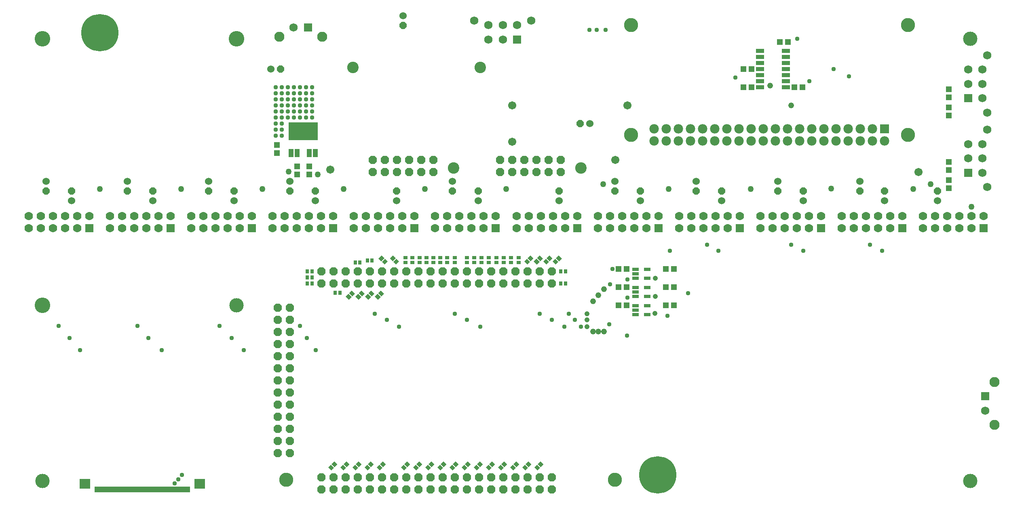
<source format=gbr>
G04 EAGLE Gerber RS-274X export*
G75*
%MOMM*%
%FSLAX34Y34*%
%LPD*%
%INSoldermask Top*%
%IPPOS*%
%AMOC8*
5,1,8,0,0,1.08239X$1,22.5*%
G01*
%ADD10C,2.997200*%
%ADD11C,7.823200*%
%ADD12R,1.203200X1.303200*%
%ADD13R,1.003200X1.703200*%
%ADD14R,6.203200X3.803200*%
%ADD15R,1.773200X1.773200*%
%ADD16C,1.773200*%
%ADD17R,0.503200X1.303200*%
%ADD18R,2.303200X2.153200*%
%ADD19R,1.981200X1.981200*%
%ADD20C,1.981200*%
%ADD21C,2.953200*%
%ADD22C,3.251200*%
%ADD23P,1.869504X8X22.500000*%
%ADD24C,2.403200*%
%ADD25P,1.869504X8X202.500000*%
%ADD26P,1.869504X8X112.500000*%
%ADD27R,1.403200X0.803200*%
%ADD28R,1.727200X1.727200*%
%ADD29C,1.727200*%
%ADD30C,2.108200*%
%ADD31R,1.303200X1.203200*%
%ADD32P,1.649562X8X112.500000*%
%ADD33C,1.524000*%
%ADD34P,1.649562X8X292.500000*%
%ADD35P,1.649562X8X22.500000*%
%ADD36P,1.649562X8X202.500000*%
%ADD37R,0.803200X0.903200*%
%ADD38R,1.728200X0.853200*%
%ADD39R,0.903200X0.803200*%
%ADD40C,0.959600*%
%ADD41C,1.259600*%
%ADD42C,1.209600*%
%ADD43C,1.703200*%
%ADD44C,1.059600*%


D10*
X1987550Y939800D03*
X1987550Y12700D03*
X44450Y12700D03*
D11*
X165100Y952500D03*
X1333500Y25400D03*
D12*
X577850Y672710D03*
X577850Y655710D03*
X603250Y672710D03*
X603250Y655710D03*
X535940Y700160D03*
X535940Y717160D03*
D13*
X565150Y700580D03*
X577850Y700580D03*
D14*
X590550Y746080D03*
D13*
X603250Y700580D03*
X615950Y700580D03*
D15*
X2016150Y543001D03*
D16*
X1990750Y543001D03*
X1965350Y543001D03*
X1939950Y543001D03*
X1914550Y543001D03*
X1889150Y543001D03*
X2016150Y568401D03*
X1990750Y568401D03*
X1965350Y568401D03*
X1939950Y568401D03*
X1914550Y568401D03*
X1889150Y568401D03*
D15*
X824050Y543001D03*
D16*
X798650Y543001D03*
X773250Y543001D03*
X747850Y543001D03*
X722450Y543001D03*
X697050Y543001D03*
X824050Y568401D03*
X798650Y568401D03*
X773250Y568401D03*
X747850Y568401D03*
X722450Y568401D03*
X697050Y568401D03*
D15*
X653750Y543001D03*
D16*
X628350Y543001D03*
X602950Y543001D03*
X577550Y543001D03*
X552150Y543001D03*
X526750Y543001D03*
X653750Y568401D03*
X628350Y568401D03*
X602950Y568401D03*
X577550Y568401D03*
X552150Y568401D03*
X526750Y568401D03*
D15*
X483450Y543001D03*
D16*
X458050Y543001D03*
X432650Y543001D03*
X407250Y543001D03*
X381850Y543001D03*
X356450Y543001D03*
X483450Y568401D03*
X458050Y568401D03*
X432650Y568401D03*
X407250Y568401D03*
X381850Y568401D03*
X356450Y568401D03*
D15*
X313150Y543001D03*
D16*
X287750Y543001D03*
X262350Y543001D03*
X236950Y543001D03*
X211550Y543001D03*
X186150Y543001D03*
X313150Y568401D03*
X287750Y568401D03*
X262350Y568401D03*
X236950Y568401D03*
X211550Y568401D03*
X186150Y568401D03*
D15*
X142850Y543001D03*
D16*
X117450Y543001D03*
X92050Y543001D03*
X66650Y543001D03*
X41250Y543001D03*
X15850Y543001D03*
X142850Y568401D03*
X117450Y568401D03*
X92050Y568401D03*
X66650Y568401D03*
X41250Y568401D03*
X15850Y568401D03*
D17*
X351500Y-4600D03*
X346500Y-4600D03*
X341500Y-4600D03*
X336500Y-4600D03*
X331500Y-4600D03*
X326500Y-4600D03*
X321500Y-4600D03*
X316500Y-4600D03*
X311500Y-4600D03*
X306500Y-4600D03*
X301500Y-4600D03*
X296500Y-4600D03*
X291500Y-4600D03*
X286500Y-4600D03*
X281500Y-4600D03*
X276500Y-4600D03*
X271500Y-4600D03*
X266500Y-4600D03*
X261500Y-4600D03*
X256500Y-4600D03*
X251500Y-4600D03*
X246500Y-4600D03*
X241500Y-4600D03*
X236500Y-4600D03*
X231500Y-4600D03*
X226500Y-4600D03*
X221500Y-4600D03*
X216500Y-4600D03*
X211500Y-4600D03*
X206500Y-4600D03*
X201500Y-4600D03*
X196500Y-4600D03*
X191500Y-4600D03*
X186500Y-4600D03*
X181500Y-4600D03*
X176500Y-4600D03*
X171500Y-4600D03*
X166500Y-4600D03*
X161500Y-4600D03*
X156500Y-4600D03*
D18*
X374000Y6650D03*
X134000Y6650D03*
D15*
X1845850Y543001D03*
D16*
X1820450Y543001D03*
X1795050Y543001D03*
X1769650Y543001D03*
X1744250Y543001D03*
X1718850Y543001D03*
X1845850Y568401D03*
X1820450Y568401D03*
X1795050Y568401D03*
X1769650Y568401D03*
X1744250Y568401D03*
X1718850Y568401D03*
D15*
X1675550Y543001D03*
D16*
X1650150Y543001D03*
X1624750Y543001D03*
X1599350Y543001D03*
X1573950Y543001D03*
X1548550Y543001D03*
X1675550Y568401D03*
X1650150Y568401D03*
X1624750Y568401D03*
X1599350Y568401D03*
X1573950Y568401D03*
X1548550Y568401D03*
D15*
X1505250Y543001D03*
D16*
X1479850Y543001D03*
X1454450Y543001D03*
X1429050Y543001D03*
X1403650Y543001D03*
X1378250Y543001D03*
X1505250Y568401D03*
X1479850Y568401D03*
X1454450Y568401D03*
X1429050Y568401D03*
X1403650Y568401D03*
X1378250Y568401D03*
D15*
X1334950Y543001D03*
D16*
X1309550Y543001D03*
X1284150Y543001D03*
X1258750Y543001D03*
X1233350Y543001D03*
X1207950Y543001D03*
X1334950Y568401D03*
X1309550Y568401D03*
X1284150Y568401D03*
X1258750Y568401D03*
X1233350Y568401D03*
X1207950Y568401D03*
D15*
X1164650Y543001D03*
D16*
X1139250Y543001D03*
X1113850Y543001D03*
X1088450Y543001D03*
X1063050Y543001D03*
X1037650Y543001D03*
X1164650Y568401D03*
X1139250Y568401D03*
X1113850Y568401D03*
X1088450Y568401D03*
X1063050Y568401D03*
X1037650Y568401D03*
D15*
X994350Y543001D03*
D16*
X968950Y543001D03*
X943550Y543001D03*
X918150Y543001D03*
X892750Y543001D03*
X867350Y543001D03*
X994350Y568401D03*
X968950Y568401D03*
X943550Y568401D03*
X918150Y568401D03*
X892750Y568401D03*
X867350Y568401D03*
D19*
X1808600Y751000D03*
D20*
X1808600Y725600D03*
X1783200Y751000D03*
X1783200Y725600D03*
X1757800Y751000D03*
X1757800Y725600D03*
X1732400Y751000D03*
X1732400Y725600D03*
X1707000Y751000D03*
X1707000Y725600D03*
X1681600Y751000D03*
X1681600Y725600D03*
X1656200Y751000D03*
X1656200Y725600D03*
X1630800Y751000D03*
X1630800Y725600D03*
X1605400Y751000D03*
X1605400Y725600D03*
X1580000Y751000D03*
X1580000Y725600D03*
X1554600Y751000D03*
X1554600Y725600D03*
X1529200Y751000D03*
X1529200Y725600D03*
X1503800Y751000D03*
X1503800Y725600D03*
X1478400Y751000D03*
X1478400Y725600D03*
X1453000Y751000D03*
X1453000Y725600D03*
X1427600Y751000D03*
X1427600Y725600D03*
X1402200Y751000D03*
X1402200Y725600D03*
X1376800Y751000D03*
X1376800Y725600D03*
X1351400Y751000D03*
X1351400Y725600D03*
X1326000Y751000D03*
X1326000Y725600D03*
D21*
X1857300Y968300D03*
X1857300Y738300D03*
X1277300Y968300D03*
X1277300Y738300D03*
D22*
X450850Y939800D03*
X44450Y939800D03*
D10*
X450850Y381000D03*
D22*
X44450Y381000D03*
D23*
X1003300Y660400D03*
X1003300Y685800D03*
X1028700Y660400D03*
X1028700Y685800D03*
X1054100Y660400D03*
X1054100Y685800D03*
X1079500Y660400D03*
X1079500Y685800D03*
X1104900Y660400D03*
X1104900Y685800D03*
X1130300Y660400D03*
X1130300Y685800D03*
D24*
X1172210Y669290D03*
X961390Y880110D03*
D23*
X628650Y426720D03*
X628650Y452120D03*
X654050Y426720D03*
X654050Y452120D03*
X679450Y426720D03*
X679450Y452120D03*
X704850Y426720D03*
X704850Y452120D03*
X730250Y426720D03*
X730250Y452120D03*
X755650Y426720D03*
X755650Y452120D03*
X781050Y426720D03*
X781050Y452120D03*
X806450Y426720D03*
X806450Y452120D03*
X831850Y426720D03*
X831850Y452120D03*
X857250Y426720D03*
X857250Y452120D03*
X882650Y426720D03*
X882650Y452120D03*
X908050Y426720D03*
X908050Y452120D03*
X933450Y426720D03*
X933450Y452120D03*
X958850Y426720D03*
X958850Y452120D03*
X984250Y426720D03*
X984250Y452120D03*
X1009650Y426720D03*
X1009650Y452120D03*
X1035050Y426720D03*
X1035050Y452120D03*
X1060450Y426720D03*
X1060450Y452120D03*
X1085850Y426720D03*
X1085850Y452120D03*
X1111250Y426720D03*
X1111250Y452120D03*
D25*
X1111250Y20320D03*
X1111250Y-5080D03*
X1085850Y20320D03*
X1085850Y-5080D03*
X1060450Y20320D03*
X1060450Y-5080D03*
X1035050Y20320D03*
X1035050Y-5080D03*
X1009650Y20320D03*
X1009650Y-5080D03*
X984250Y20320D03*
X984250Y-5080D03*
X958850Y20320D03*
X958850Y-5080D03*
X933450Y20320D03*
X933450Y-5080D03*
X908050Y20320D03*
X908050Y-5080D03*
X882650Y20320D03*
X882650Y-5080D03*
X857250Y20320D03*
X857250Y-5080D03*
X831850Y20320D03*
X831850Y-5080D03*
X806450Y20320D03*
X806450Y-5080D03*
X781050Y20320D03*
X781050Y-5080D03*
X755650Y20320D03*
X755650Y-5080D03*
X730250Y20320D03*
X730250Y-5080D03*
X704850Y20320D03*
X704850Y-5080D03*
X679450Y20320D03*
X679450Y-5080D03*
X654050Y20320D03*
X654050Y-5080D03*
X628650Y20320D03*
X628650Y-5080D03*
D26*
X562610Y71120D03*
X537210Y71120D03*
X562610Y96520D03*
X537210Y96520D03*
X562610Y121920D03*
X537210Y121920D03*
X562610Y147320D03*
X537210Y147320D03*
X562610Y172720D03*
X537210Y172720D03*
X562610Y198120D03*
X537210Y198120D03*
X562610Y223520D03*
X537210Y223520D03*
X562610Y248920D03*
X537210Y248920D03*
X562610Y274320D03*
X537210Y274320D03*
X562610Y299720D03*
X537210Y299720D03*
X562610Y325120D03*
X537210Y325120D03*
X562610Y350520D03*
X537210Y350520D03*
X562610Y375920D03*
X537210Y375920D03*
D21*
X554990Y15240D03*
X1243330Y15240D03*
D23*
X736600Y660400D03*
X736600Y685800D03*
X762000Y660400D03*
X762000Y685800D03*
X787400Y660400D03*
X787400Y685800D03*
X812800Y660400D03*
X812800Y685800D03*
X838200Y660400D03*
X838200Y685800D03*
X863600Y660400D03*
X863600Y685800D03*
D24*
X905510Y669290D03*
X694690Y880110D03*
D27*
X1286710Y418440D03*
X1286710Y408940D03*
X1286710Y399440D03*
X1311710Y399440D03*
X1311710Y418440D03*
X1286710Y456540D03*
X1286710Y447040D03*
X1286710Y437540D03*
X1311710Y437540D03*
X1311710Y456540D03*
X1286710Y380340D03*
X1286710Y370840D03*
X1286710Y361340D03*
X1311710Y361340D03*
X1311710Y380340D03*
D28*
X2019300Y190500D03*
D29*
X2019300Y160528D03*
D30*
X2038858Y220472D03*
X2038858Y130556D03*
D31*
X1943100Y817000D03*
X1943100Y834000D03*
X1943100Y778900D03*
X1943100Y795900D03*
D28*
X1038860Y938530D03*
D29*
X1008888Y938530D03*
X978916Y938530D03*
X1038860Y968502D03*
X1008888Y968502D03*
X978916Y968502D03*
X1068832Y977900D03*
X948944Y977900D03*
D28*
X600710Y963930D03*
D29*
X570738Y963930D03*
D30*
X630682Y944372D03*
X540766Y944372D03*
D28*
X1983740Y815340D03*
D29*
X1983740Y845312D03*
X1983740Y875284D03*
X2013712Y815340D03*
X2013712Y845312D03*
X2013712Y875284D03*
X2023110Y785368D03*
X2023110Y905256D03*
D31*
X1943100Y664600D03*
X1943100Y681600D03*
X1943100Y626500D03*
X1943100Y643500D03*
D28*
X1983740Y659130D03*
D29*
X1983740Y689102D03*
X1983740Y719074D03*
X2013712Y659130D03*
X2013712Y689102D03*
X2013712Y719074D03*
X2023110Y629158D03*
X2023110Y749046D03*
D32*
X1918970Y621030D03*
D33*
X1918970Y600710D03*
D32*
X1808480Y621030D03*
D33*
X1808480Y600710D03*
D32*
X1638300Y621030D03*
D33*
X1638300Y600710D03*
D32*
X1466850Y621030D03*
D33*
X1466850Y600710D03*
D32*
X1296670Y621030D03*
D33*
X1296670Y600710D03*
D32*
X1126490Y621030D03*
D33*
X1126490Y600710D03*
D32*
X957580Y621030D03*
D33*
X957580Y600710D03*
D32*
X786130Y621030D03*
D33*
X786130Y600710D03*
D32*
X615950Y621030D03*
D33*
X615950Y600710D03*
D32*
X445770Y621030D03*
D33*
X445770Y600710D03*
D32*
X275590Y621030D03*
D33*
X275590Y600710D03*
D32*
X105410Y621030D03*
D33*
X105410Y600710D03*
D34*
X1756410Y621030D03*
D33*
X1756410Y641350D03*
D34*
X1584960Y621030D03*
D33*
X1584960Y641350D03*
D34*
X1413510Y621030D03*
D33*
X1413510Y641350D03*
D34*
X1243330Y621030D03*
D33*
X1243330Y641350D03*
D34*
X902970Y621030D03*
D33*
X902970Y641350D03*
D34*
X562610Y621030D03*
D33*
X562610Y641350D03*
D34*
X392430Y621030D03*
D33*
X392430Y641350D03*
D34*
X222250Y621030D03*
D33*
X222250Y641350D03*
D34*
X52070Y621030D03*
D33*
X52070Y641350D03*
D35*
X543560Y876300D03*
D33*
X523240Y876300D03*
D34*
X800100Y967740D03*
D33*
X800100Y988060D03*
D36*
X1170940Y762000D03*
D33*
X1191260Y762000D03*
D31*
X1268340Y457200D03*
X1251340Y457200D03*
X1350400Y457200D03*
X1367400Y457200D03*
X1268340Y419100D03*
X1251340Y419100D03*
X1350400Y419100D03*
X1367400Y419100D03*
X1268340Y381000D03*
X1251340Y381000D03*
X1350400Y381000D03*
X1367400Y381000D03*
D37*
G36*
X1082083Y48339D02*
X1087763Y54019D01*
X1094149Y47633D01*
X1088469Y41953D01*
X1082083Y48339D01*
G37*
G36*
X1075011Y41267D02*
X1080691Y46947D01*
X1087077Y40561D01*
X1081397Y34881D01*
X1075011Y41267D01*
G37*
G36*
X1056683Y48339D02*
X1062363Y54019D01*
X1068749Y47633D01*
X1063069Y41953D01*
X1056683Y48339D01*
G37*
G36*
X1049611Y41267D02*
X1055291Y46947D01*
X1061677Y40561D01*
X1055997Y34881D01*
X1049611Y41267D01*
G37*
G36*
X1031283Y48339D02*
X1036963Y54019D01*
X1043349Y47633D01*
X1037669Y41953D01*
X1031283Y48339D01*
G37*
G36*
X1024211Y41267D02*
X1029891Y46947D01*
X1036277Y40561D01*
X1030597Y34881D01*
X1024211Y41267D01*
G37*
G36*
X980483Y48339D02*
X986163Y54019D01*
X992549Y47633D01*
X986869Y41953D01*
X980483Y48339D01*
G37*
G36*
X973411Y41267D02*
X979091Y46947D01*
X985477Y40561D01*
X979797Y34881D01*
X973411Y41267D01*
G37*
G36*
X955083Y48339D02*
X960763Y54019D01*
X967149Y47633D01*
X961469Y41953D01*
X955083Y48339D01*
G37*
G36*
X948011Y41267D02*
X953691Y46947D01*
X960077Y40561D01*
X954397Y34881D01*
X948011Y41267D01*
G37*
G36*
X929683Y48339D02*
X935363Y54019D01*
X941749Y47633D01*
X936069Y41953D01*
X929683Y48339D01*
G37*
G36*
X922611Y41267D02*
X928291Y46947D01*
X934677Y40561D01*
X928997Y34881D01*
X922611Y41267D01*
G37*
G36*
X904283Y48339D02*
X909963Y54019D01*
X916349Y47633D01*
X910669Y41953D01*
X904283Y48339D01*
G37*
G36*
X897211Y41267D02*
X902891Y46947D01*
X909277Y40561D01*
X903597Y34881D01*
X897211Y41267D01*
G37*
G36*
X878883Y48339D02*
X884563Y54019D01*
X890949Y47633D01*
X885269Y41953D01*
X878883Y48339D01*
G37*
G36*
X871811Y41267D02*
X877491Y46947D01*
X883877Y40561D01*
X878197Y34881D01*
X871811Y41267D01*
G37*
G36*
X853483Y48339D02*
X859163Y54019D01*
X865549Y47633D01*
X859869Y41953D01*
X853483Y48339D01*
G37*
G36*
X846411Y41267D02*
X852091Y46947D01*
X858477Y40561D01*
X852797Y34881D01*
X846411Y41267D01*
G37*
G36*
X828083Y48339D02*
X833763Y54019D01*
X840149Y47633D01*
X834469Y41953D01*
X828083Y48339D01*
G37*
G36*
X821011Y41267D02*
X826691Y46947D01*
X833077Y40561D01*
X827397Y34881D01*
X821011Y41267D01*
G37*
G36*
X802683Y48339D02*
X808363Y54019D01*
X814749Y47633D01*
X809069Y41953D01*
X802683Y48339D01*
G37*
G36*
X795611Y41267D02*
X801291Y46947D01*
X807677Y40561D01*
X801997Y34881D01*
X795611Y41267D01*
G37*
G36*
X751883Y48339D02*
X757563Y54019D01*
X763949Y47633D01*
X758269Y41953D01*
X751883Y48339D01*
G37*
G36*
X744811Y41267D02*
X750491Y46947D01*
X756877Y40561D01*
X751197Y34881D01*
X744811Y41267D01*
G37*
G36*
X726483Y48339D02*
X732163Y54019D01*
X738549Y47633D01*
X732869Y41953D01*
X726483Y48339D01*
G37*
G36*
X719411Y41267D02*
X725091Y46947D01*
X731477Y40561D01*
X725797Y34881D01*
X719411Y41267D01*
G37*
G36*
X701083Y48339D02*
X706763Y54019D01*
X713149Y47633D01*
X707469Y41953D01*
X701083Y48339D01*
G37*
G36*
X694011Y41267D02*
X699691Y46947D01*
X706077Y40561D01*
X700397Y34881D01*
X694011Y41267D01*
G37*
G36*
X675683Y48339D02*
X681363Y54019D01*
X687749Y47633D01*
X682069Y41953D01*
X675683Y48339D01*
G37*
G36*
X668611Y41267D02*
X674291Y46947D01*
X680677Y40561D01*
X674997Y34881D01*
X668611Y41267D01*
G37*
D38*
X1601920Y838200D03*
X1601920Y850900D03*
X1601920Y863600D03*
X1601920Y876300D03*
X1601920Y889000D03*
X1601920Y901700D03*
X1601920Y914400D03*
X1547680Y914400D03*
X1547680Y901700D03*
X1547680Y889000D03*
X1547680Y876300D03*
X1547680Y863600D03*
X1547680Y850900D03*
X1547680Y838200D03*
D12*
X1606160Y933450D03*
X1589160Y933450D03*
D31*
X1619640Y838200D03*
X1636640Y838200D03*
X1529960Y838200D03*
X1512960Y838200D03*
X1529960Y876300D03*
X1512960Y876300D03*
D37*
G36*
X650283Y48339D02*
X655963Y54019D01*
X662349Y47633D01*
X656669Y41953D01*
X650283Y48339D01*
G37*
G36*
X643211Y41267D02*
X648891Y46947D01*
X655277Y40561D01*
X649597Y34881D01*
X643211Y41267D01*
G37*
G36*
X1010877Y40561D02*
X1005197Y34881D01*
X998811Y41267D01*
X1004491Y46947D01*
X1010877Y40561D01*
G37*
G36*
X1017949Y47633D02*
X1012269Y41953D01*
X1005883Y48339D01*
X1011563Y54019D01*
X1017949Y47633D01*
G37*
X699850Y471170D03*
X709850Y471170D03*
G36*
X754301Y473753D02*
X748621Y479433D01*
X755007Y485819D01*
X760687Y480139D01*
X754301Y473753D01*
G37*
G36*
X761373Y466681D02*
X755693Y472361D01*
X762079Y478747D01*
X767759Y473067D01*
X761373Y466681D01*
G37*
D39*
X805434Y481250D03*
X805434Y471250D03*
X834390Y481250D03*
X834390Y471250D03*
X863346Y481250D03*
X863346Y471250D03*
X892302Y481250D03*
X892302Y471250D03*
X995426Y481250D03*
X995426Y471250D03*
X1026414Y481250D03*
X1026414Y471250D03*
D37*
G36*
X1061001Y480139D02*
X1066681Y485819D01*
X1073067Y479433D01*
X1067387Y473753D01*
X1061001Y480139D01*
G37*
G36*
X1053929Y473067D02*
X1059609Y478747D01*
X1065995Y472361D01*
X1060315Y466681D01*
X1053929Y473067D01*
G37*
X1140380Y426720D03*
X1130380Y426720D03*
X735250Y474980D03*
X725250Y474980D03*
G36*
X786209Y478747D02*
X791889Y473067D01*
X785503Y466681D01*
X779823Y472361D01*
X786209Y478747D01*
G37*
G36*
X779137Y485819D02*
X784817Y480139D01*
X778431Y473753D01*
X772751Y479433D01*
X779137Y485819D01*
G37*
D39*
X819912Y471250D03*
X819912Y481250D03*
X848868Y471250D03*
X848868Y481250D03*
X877824Y471250D03*
X877824Y481250D03*
X908050Y471250D03*
X908050Y481250D03*
X1010920Y471250D03*
X1010920Y481250D03*
X1041908Y471250D03*
X1041908Y481250D03*
D37*
G36*
X1085807Y472361D02*
X1080127Y466681D01*
X1073741Y473067D01*
X1079421Y478747D01*
X1085807Y472361D01*
G37*
G36*
X1092879Y479433D02*
X1087199Y473753D01*
X1080813Y480139D01*
X1086493Y485819D01*
X1092879Y479433D01*
G37*
X1130380Y452120D03*
X1140380Y452120D03*
X609520Y452120D03*
X599520Y452120D03*
X599520Y439420D03*
X609520Y439420D03*
G36*
X727753Y406479D02*
X733433Y412159D01*
X739819Y405773D01*
X734139Y400093D01*
X727753Y406479D01*
G37*
G36*
X720681Y399407D02*
X726361Y405087D01*
X732747Y398701D01*
X727067Y393021D01*
X720681Y399407D01*
G37*
G36*
X687113Y406479D02*
X692793Y412159D01*
X699179Y405773D01*
X693499Y400093D01*
X687113Y406479D01*
G37*
G36*
X680041Y399407D02*
X685721Y405087D01*
X692107Y398701D01*
X686427Y393021D01*
X680041Y399407D01*
G37*
G36*
X748073Y406479D02*
X753753Y412159D01*
X760139Y405773D01*
X754459Y400093D01*
X748073Y406479D01*
G37*
G36*
X741001Y399407D02*
X746681Y405087D01*
X753067Y398701D01*
X747387Y393021D01*
X741001Y399407D01*
G37*
G36*
X712427Y398701D02*
X706747Y393021D01*
X700361Y399407D01*
X706041Y405087D01*
X712427Y398701D01*
G37*
G36*
X719499Y405773D02*
X713819Y400093D01*
X707433Y406479D01*
X713113Y412159D01*
X719499Y405773D01*
G37*
X657940Y407670D03*
X667940Y407670D03*
X609520Y426720D03*
X599520Y426720D03*
G36*
X1100625Y480139D02*
X1106305Y485819D01*
X1112691Y479433D01*
X1107011Y473753D01*
X1100625Y480139D01*
G37*
G36*
X1093553Y473067D02*
X1099233Y478747D01*
X1105619Y472361D01*
X1099939Y466681D01*
X1093553Y473067D01*
G37*
G36*
X1125431Y472361D02*
X1119751Y466681D01*
X1113365Y473067D01*
X1119045Y478747D01*
X1125431Y472361D01*
G37*
G36*
X1132503Y479433D02*
X1126823Y473753D01*
X1120437Y480139D01*
X1126117Y485819D01*
X1132503Y479433D01*
G37*
D39*
X948944Y481250D03*
X948944Y471250D03*
X933450Y471250D03*
X933450Y481250D03*
X964438Y471250D03*
X964438Y481250D03*
X979932Y481250D03*
X979932Y471250D03*
D40*
X533400Y838200D03*
X546100Y838200D03*
X558800Y838200D03*
X571500Y838200D03*
X584200Y838200D03*
X596900Y838200D03*
X609600Y838200D03*
X609600Y825500D03*
X596900Y825500D03*
X584200Y825500D03*
X571500Y825500D03*
X558800Y825500D03*
X546100Y825500D03*
X533400Y825500D03*
X533400Y812800D03*
X546100Y812800D03*
X558800Y812800D03*
X571500Y812800D03*
X584200Y812800D03*
X596900Y812800D03*
X609600Y812800D03*
X609600Y800100D03*
X596900Y800100D03*
X584200Y800100D03*
X571500Y800100D03*
X558800Y800100D03*
X546100Y800100D03*
X533400Y800100D03*
X533400Y787400D03*
X546100Y787400D03*
X558800Y787400D03*
X571500Y787400D03*
X584200Y787400D03*
X596900Y787400D03*
X609600Y787400D03*
X609600Y774700D03*
X596900Y774700D03*
X584200Y774700D03*
X571500Y774700D03*
X558800Y774700D03*
X546100Y774700D03*
X533400Y774700D03*
X533400Y762000D03*
X546100Y762000D03*
X546100Y749300D03*
X533400Y749300D03*
X533400Y736600D03*
X546100Y736600D03*
X1270000Y435610D03*
X1270000Y397510D03*
X1268730Y317500D03*
D41*
X560070Y661670D03*
X621030Y655320D03*
D40*
X1238250Y457200D03*
X1233170Y425450D03*
X1231900Y341630D03*
X1358900Y495300D03*
X1397000Y406400D03*
X1353820Y359410D03*
X1496060Y858520D03*
X1651000Y850900D03*
X1625600Y939800D03*
D42*
X1197610Y326390D03*
X1209040Y326390D03*
X1220470Y326390D03*
X1197610Y389890D03*
X1209040Y402590D03*
X1220470Y415290D03*
D43*
X1028700Y800100D03*
X1270000Y800100D03*
X1028700Y723900D03*
X1244600Y685800D03*
X1879600Y660400D03*
X647700Y665480D03*
D42*
X1568450Y842010D03*
X1612900Y800100D03*
D41*
X1868170Y624840D03*
X1990090Y588010D03*
X1905000Y635000D03*
X1696720Y626110D03*
X1527810Y624840D03*
X1356360Y624840D03*
X1219200Y635000D03*
X1016000Y624840D03*
X845820Y624840D03*
X675640Y624840D03*
X505460Y624840D03*
X335280Y624840D03*
X165100Y624840D03*
D40*
X1733550Y861060D03*
X1701800Y876300D03*
D44*
X1328420Y400050D03*
X1184910Y350520D03*
D40*
X101600Y312420D03*
X266700Y312420D03*
X440690Y312420D03*
X765810Y350520D03*
X933450Y350520D03*
X1111250Y350520D03*
X1159510Y350520D03*
X1436370Y508000D03*
X1612900Y508000D03*
X1778000Y508000D03*
X598170Y312420D03*
D44*
X1328420Y438150D03*
X1184910Y363220D03*
D40*
X78740Y337820D03*
X243840Y337820D03*
X415290Y337820D03*
X740410Y363220D03*
X908050Y363220D03*
X1085850Y363220D03*
X1146810Y363220D03*
X584200Y337820D03*
D44*
X1327150Y364490D03*
X1184910Y336550D03*
D40*
X123190Y287020D03*
X294640Y287020D03*
X466090Y287020D03*
X791210Y336550D03*
X961390Y336550D03*
X1137920Y336550D03*
X1172210Y336550D03*
X1460500Y495300D03*
X1638300Y495300D03*
X1803400Y495300D03*
X617220Y287020D03*
X336550Y25400D03*
X321310Y7620D03*
X328930Y16510D03*
X1224280Y958850D03*
X1189990Y958850D03*
X1205230Y958850D03*
M02*

</source>
